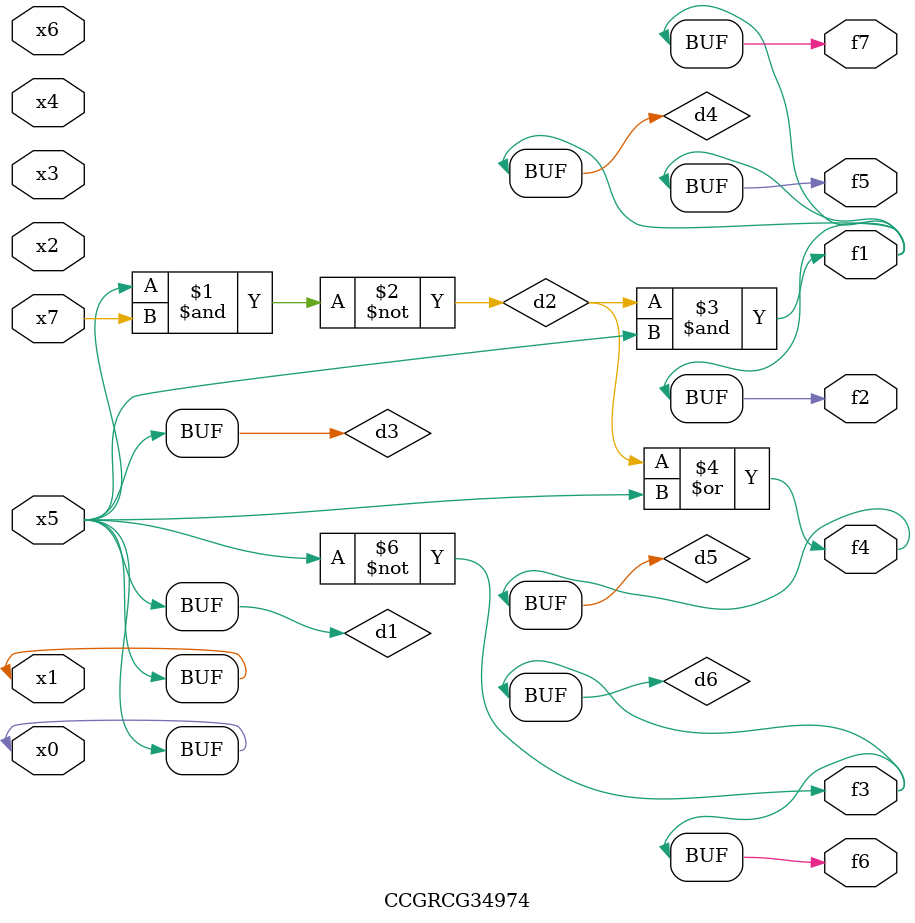
<source format=v>
module CCGRCG34974(
	input x0, x1, x2, x3, x4, x5, x6, x7,
	output f1, f2, f3, f4, f5, f6, f7
);

	wire d1, d2, d3, d4, d5, d6;

	buf (d1, x0, x5);
	nand (d2, x5, x7);
	buf (d3, x0, x1);
	and (d4, d2, d3);
	or (d5, d2, d3);
	nor (d6, d1, d3);
	assign f1 = d4;
	assign f2 = d4;
	assign f3 = d6;
	assign f4 = d5;
	assign f5 = d4;
	assign f6 = d6;
	assign f7 = d4;
endmodule

</source>
